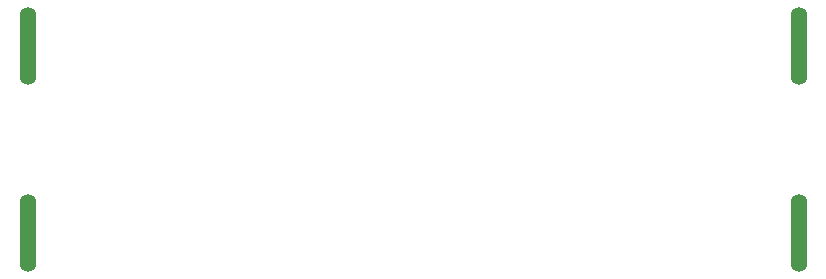
<source format=gbr>
%TF.GenerationSoftware,KiCad,Pcbnew,8.0.5*%
%TF.CreationDate,2025-07-01T10:48:08-04:00*%
%TF.ProjectId,pcb_battery_stub,7063625f-6261-4747-9465-72795f737475,rev?*%
%TF.SameCoordinates,Original*%
%TF.FileFunction,Soldermask,Bot*%
%TF.FilePolarity,Negative*%
%FSLAX46Y46*%
G04 Gerber Fmt 4.6, Leading zero omitted, Abs format (unit mm)*
G04 Created by KiCad (PCBNEW 8.0.5) date 2025-07-01 10:48:08*
%MOMM*%
%LPD*%
G01*
G04 APERTURE LIST*
%ADD10O,1.400000X6.600000*%
G04 APERTURE END LIST*
D10*
%TO.C,BT8*%
X490000000Y-96500000D03*
X555250000Y-96500000D03*
X490000000Y-80600000D03*
X555250000Y-80600000D03*
%TD*%
M02*

</source>
